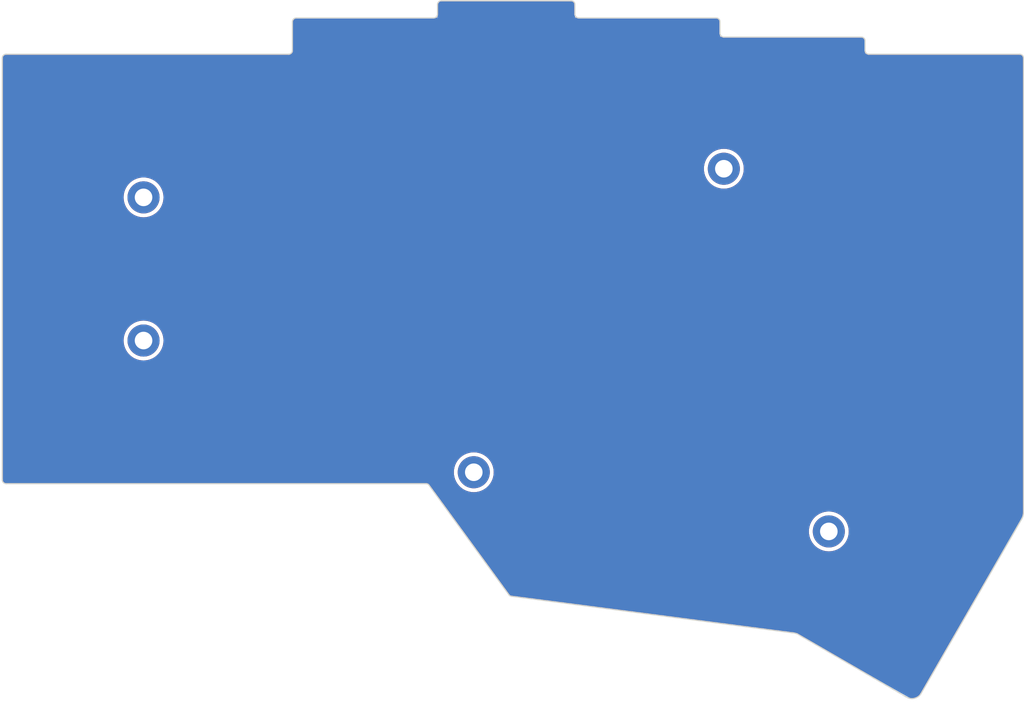
<source format=kicad_pcb>
(kicad_pcb (version 20240108) (generator "pcbnew") (generator_version "8.0")
  (title_block (title "Corne Bottom Plate") (date "2018-11-15") (rev "2.1") (company "foostan"))
  (layers (0 "F.Cu" signal) (31 "B.Cu" signal) (34 "B.Paste" user) (35 "F.Paste" user) (36 "B.SilkS" user "B.Silkscreen") (37 "F.SilkS" user "F.Silkscreen") (38 "B.Mask" user) (39 "F.Mask" user) (44 "Edge.Cuts" user))
  (net 0 "")
  (footprint "kbd:M2_Hole_TH" (layer "F.Cu") (at 79.5 86.75)
    (property "Reference" "" (at 0 -3.2 0) (layer "F.SilkS"))
    (property "Value" "")
    (pad "" thru_hole circle (at 0 0) (size 4.2 4.2) (drill 2.3) (layers "*.Cu" "*.Mask"))
  )
  (footprint "kbd:M2_Hole_TH" (layer "F.Cu") (at 79.5 105.5)
    (property "Reference" "" (at 0 -3.2 0) (layer "F.SilkS"))
    (property "Value" "")
    (pad "" thru_hole circle (at 0 0) (size 4.2 4.2) (drill 2.3) (layers "*.Cu" "*.Mask"))
  )
  (footprint "kbd:M2_Hole_TH" (layer "F.Cu") (at 155.5 83)
    (property "Reference" "" (at 0 -3.2 0) (layer "F.SilkS"))
    (property "Value" "")
    (pad "" thru_hole circle (at 0 0) (size 4.2 4.2) (drill 2.3) (layers "*.Cu" "*.Mask"))
  )
  (footprint "kbd:M2_Hole_TH" (layer "F.Cu") (at 122.75 122.75)
    (property "Reference" "" (at 0 -3.2 0) (layer "F.SilkS"))
    (property "Value" "")
    (pad "" thru_hole circle (at 0 0) (size 4.2 4.2) (drill 2.3) (layers "*.Cu" "*.Mask"))
  )
  (footprint "kbd:M2_Hole_TH" (layer "F.Cu") (at 169.25 130.5)
    (property "Reference" "" (at 0 -3.2 0) (layer "F.SilkS"))
    (property "Value" "")
    (pad "" thru_hole circle (at 0 0) (size 4.2 4.2) (drill 2.3) (layers "*.Cu" "*.Mask"))
  )
  (gr_arc (start 61.5 124.25) (mid 61.146447 124.103553) (end 61 123.75) (stroke (width 0.15)) (layer "Edge.Cuts"))
  (gr_line (start 98.5 68) (end 61.5 68) (stroke (width 0.15)) (layer "Edge.Cuts"))
  (gr_line (start 135.5 61) (end 118.5 61) (stroke (width 0.15)) (layer "Edge.Cuts"))
  (gr_line (start 165.075 143.9) (end 179.369251 152.160956) (stroke (width 0.15)) (layer "Edge.Cuts"))
  (gr_arc (start 154.5 63.25) (mid 154.853553 63.396447) (end 155 63.75) (stroke (width 0.15)) (layer "Edge.Cuts"))
  (gr_line (start 118 61.5) (end 118 62.75) (stroke (width 0.15)) (layer "Edge.Cuts"))
  (gr_arc (start 164.420556 143.770344) (mid 164.750952 143.819149) (end 165.075 143.9) (stroke (width 0.15)) (layer "Edge.Cuts"))
  (gr_arc (start 173.5 65.75) (mid 173.853553 65.896447) (end 174 66.25) (stroke (width 0.15)) (layer "Edge.Cuts"))
  (gr_line (start 116.5 124.25) (end 61.499995 124.25) (stroke (width 0.15)) (layer "Edge.Cuts"))
  (gr_line (start 99 63.75) (end 99 67.5) (stroke (width 0.15)) (layer "Edge.Cuts"))
  (gr_arc (start 194.25 68) (mid 194.603553 68.146447) (end 194.75 68.5) (stroke (width 0.15)) (layer "Edge.Cuts"))
  (gr_arc (start 174.5 68) (mid 174.146447 67.853553) (end 174 67.5) (stroke (width 0.15)) (layer "Edge.Cuts"))
  (gr_arc (start 99 67.5) (mid 98.853553 67.853553) (end 98.5 68) (stroke (width 0.15)) (layer "Edge.Cuts"))
  (gr_arc (start 116.5 124.25) (mid 116.691342 124.28806) (end 116.853553 124.396447) (stroke (width 0.15)) (layer "Edge.Cuts"))
  (gr_line (start 174 66.25) (end 174 67.5) (stroke (width 0.15)) (layer "Edge.Cuts"))
  (gr_arc (start 61 68.5) (mid 61.146447 68.146447) (end 61.5 68) (stroke (width 0.15)) (layer "Edge.Cuts"))
  (gr_line (start 173.5 65.75) (end 155.5 65.75) (stroke (width 0.15)) (layer "Edge.Cuts"))
  (gr_arc (start 118 62.75) (mid 117.853553 63.103553) (end 117.5 63.25) (stroke (width 0.15)) (layer "Edge.Cuts"))
  (gr_line (start 181.297263 151.781465) (end 194.525 128.85) (stroke (width 0.15)) (layer "Edge.Cuts"))
  (gr_arc (start 155.5 65.75) (mid 155.146447 65.603553) (end 155 65.25) (stroke (width 0.15)) (layer "Edge.Cuts"))
  (gr_line (start 117.5 63.25) (end 99.5 63.25) (stroke (width 0.15)) (layer "Edge.Cuts"))
  (gr_line (start 155 65.25) (end 155 63.75) (stroke (width 0.15)) (layer "Edge.Cuts"))
  (gr_line (start 154.5 63.25) (end 136.5 63.25) (stroke (width 0.15)) (layer "Edge.Cuts"))
  (gr_arc (start 135.5 61) (mid 135.853553 61.146447) (end 136 61.5) (stroke (width 0.15)) (layer "Edge.Cuts"))
  (gr_line (start 61 68.5) (end 61 123.75) (stroke (width 0.15)) (layer "Edge.Cuts"))
  (gr_arc (start 194.75 127.975) (mid 194.695218 128.426668) (end 194.522764 128.847696) (stroke (width 0.15)) (layer "Edge.Cuts"))
  (gr_arc (start 118 61.5) (mid 118.146447 61.146447) (end 118.5 61) (stroke (width 0.15)) (layer "Edge.Cuts"))
  (gr_arc (start 136.5 63.25) (mid 136.146447 63.103553) (end 136 62.75) (stroke (width 0.15)) (layer "Edge.Cuts"))
  (gr_arc (start 127.75 139) (mid 127.558658 138.96194) (end 127.396447 138.853553) (stroke (width 0.15)) (layer "Edge.Cuts"))
  (gr_line (start 116.853553 124.396447) (end 127.396447 138.853553) (stroke (width 0.15)) (layer "Edge.Cuts"))
  (gr_arc (start 181.297263 151.781465) (mid 180.412069 152.371617) (end 179.369251 152.160956) (stroke (width 0.15)) (layer "Edge.Cuts"))
  (gr_line (start 127.75 139) (end 164.420556 143.770344) (stroke (width 0.15)) (layer "Edge.Cuts"))
  (gr_arc (start 99 63.75) (mid 99.146447 63.396447) (end 99.5 63.25) (stroke (width 0.15)) (layer "Edge.Cuts"))
  (gr_line (start 194.25 68) (end 174.5 68) (stroke (width 0.15)) (layer "Edge.Cuts"))
  (gr_line (start 136 62.75) (end 136 61.5) (stroke (width 0.15)) (layer "Edge.Cuts"))
  (gr_line (start 194.75 68.5) (end 194.75 127.975) (stroke (width 0.15)) (layer "Edge.Cuts"))
  (zone (net 0) (net_name "") (layer "F.Cu") (connect_pads (clearance 0.508)) (min_thickness 0.254) (fill yes (thermal_gap 0.508) (thermal_bridge_width 0.508))
    (polygon (pts (xy 194.7 67.9) (xy 174 67.9) (xy 174 65.7) (xy 155 65.7) (xy 155 63.2) (xy 136 63.2) (xy 136 60.9) (xy 118 60.9) (xy 118 63.2) (xy 98.8 63.2) (xy 98.9 67.9) (xy 60.7 68) (xy 60.9 124.7) (xy 116.6 124.2) (xy 127.4 139.1) (xy 165.05 143.9) (xy 180.75 152.775) (xy 194.8 128.1) (xy 194.8 67.9)))
  )
  (zone (net 0) (net_name "") (layer "B.Cu") (connect_pads (clearance 0.508)) (min_thickness 0.254) (fill yes (thermal_gap 0.508) (thermal_bridge_width 0.508))
    (polygon (pts (xy 194.7 67.9) (xy 174 67.9) (xy 174 65.7) (xy 155 65.7) (xy 155 63.2) (xy 136 63.2) (xy 136 60.9) (xy 118 60.9) (xy 118 63.2) (xy 98.8 63.2) (xy 98.9 67.9) (xy 60.7 68) (xy 60.9 124.7) (xy 116.6 124.2) (xy 127.6 139) (xy 165 143.925) (xy 180.775 152.825) (xy 194.8 128.3) (xy 194.8 67.9)))
  )
)
</source>
